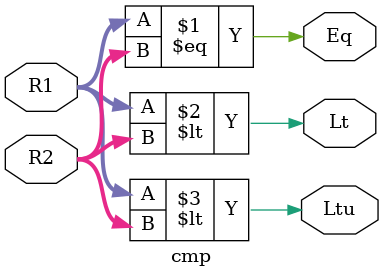
<source format=sv>
module cmp(
    input  logic [31:0] R1, R2,
    output logic        Eq,
    output logic        Lt,  // Signed Less Than
    output logic        Ltu  // Unsigned Less Than
);

    assign Eq  = (R1 == R2);
    assign Lt  = ($signed(R1) < $signed(R2));
    assign Ltu = (R1 < R2);

endmodule

</source>
